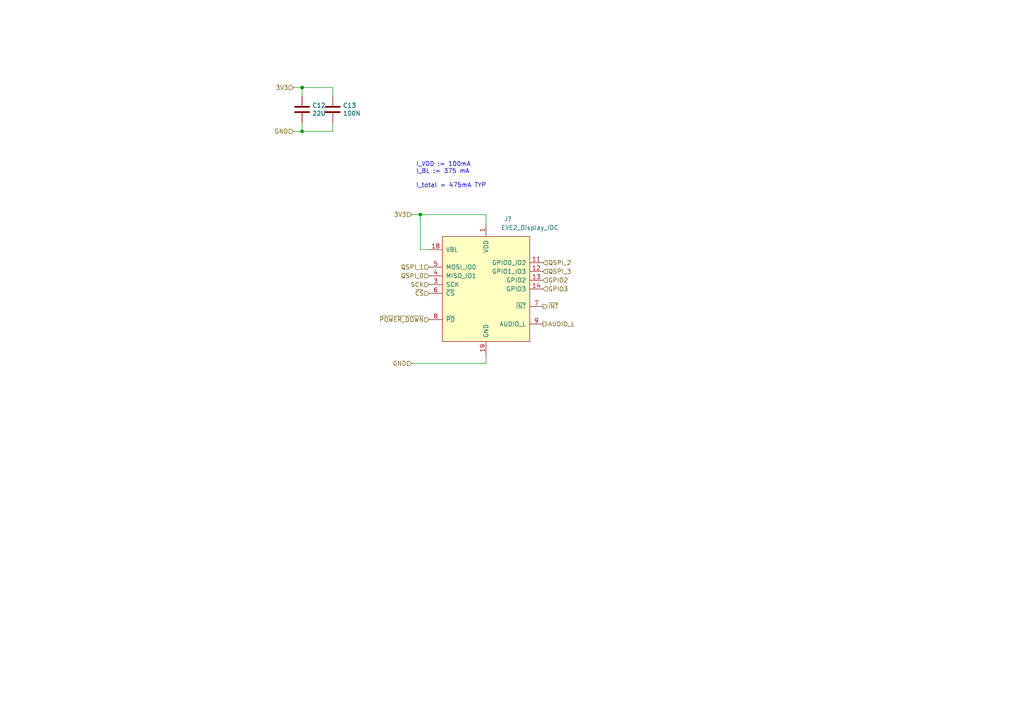
<source format=kicad_sch>
(kicad_sch (version 20211123) (generator eeschema)
  (paper "A4")
  (lib_symbols
    (symbol "Device:C" (pin_numbers hide) (pin_names (offset 0.254))
      (property "Reference" "C" (at 0.635 2.54 0))
      (property "Value" "C" (at 0.635 -2.54 0))
      (symbol "C_0_1"
        (polyline (pts (xy -2.032 -0.762) (xy 2.032 -0.762)) (stroke (width 0.508)))
        (polyline (pts (xy -2.032 0.762) (xy 2.032 0.762)) (stroke (width 0.508)))
      )
      (symbol "C_1_1"
        (pin passive line (at 0 3.81 270) (length 2.794) (name "~") (number "1"))
        (pin passive line (at 0 -3.81 90) (length 2.794) (name "~") (number "2"))
      )
    )
    (symbol "william_display:EVE2_Display_IDC" (pin_names (offset 1.016))
      (property "Reference" "J" (at 6.35 27.94 0))
      (property "Value" "EVE2_Display_IDC" (at 0 -2.54 0))
      (symbol "EVE2_Display_IDC_0_1"
        (rectangle (start -12.7 15.24) (end 12.7 -15.24) (fill (type background)))
      )
      (symbol "EVE2_Display_IDC_1_1"
        (pin power_in line (at 0 19.05 270) (length 3.81) (name "VDD") (number "1"))
        (pin no_connect line (at -5.08 -15.24 90) (length 3.81) hide (name "NC") (number "10"))
        (pin passive line (at 16.51 7.62 180) (length 3.81) (name "GPIO0_IO2") (number "11"))
        (pin passive line (at 16.51 5.08 180) (length 3.81) (name "GPIO1_IO3") (number "12"))
        (pin passive line (at 16.51 2.54 180) (length 3.81) (name "GPIO2") (number "13"))
        (pin passive line (at 16.51 0 180) (length 3.81) (name "GPIO3") (number "14"))
        (pin no_connect line (at -6.35 -15.24 90) (length 3.81) hide (name "NC") (number "15"))
        (pin no_connect line (at -3.81 -15.24 90) (length 3.81) hide (name "NC") (number "16"))
        (pin passive line (at -16.51 11.43 0) (length 3.81) hide (name "VBL") (number "17"))
        (pin power_in line (at -16.51 11.43 0) (length 3.81) (name "VBL") (number "18"))
        (pin power_in line (at 0 -19.05 90) (length 3.81) (name "GND") (number "19"))
        (pin passive line (at 0 -19.05 90) (length 3.81) hide (name "GND") (number "2"))
        (pin passive line (at 0 -19.05 90) (length 3.81) hide (name "GND") (number "20"))
        (pin input line (at -16.51 1.27 0) (length 3.81) (name "SCK") (number "3"))
        (pin bidirectional line (at -16.51 3.81 0) (length 3.81) (name "MISO_IO1") (number "4"))
        (pin input line (at -16.51 6.35 0) (length 3.81) (name "MOSI_IO0") (number "5"))
        (pin input line (at -16.51 -1.27 0) (length 3.81) (name "~{CS}") (number "6"))
        (pin output line (at 16.51 -5.08 180) (length 3.81) (name "~{INT}") (number "7"))
        (pin input line (at -16.51 -8.89 0) (length 3.81) (name "~{PD}") (number "8"))
        (pin output line (at 16.51 -10.16 180) (length 3.81) (name "AUDIO_L") (number "9"))
      )
    )
  )
  (junction (at 87.63 25.4))
  (junction (at 121.92 62.23))
  (junction (at 87.63 38.1))
  (wire (pts (xy 119.38 62.23) (xy 121.92 62.23)))
  (wire (pts (xy 140.97 105.41) (xy 140.97 102.87)))
  (wire (pts (xy 96.52 27.94) (xy 96.52 25.4)))
  (wire (pts (xy 121.92 62.23) (xy 140.97 62.23)))
  (wire (pts (xy 85.09 38.1) (xy 87.63 38.1)))
  (wire (pts (xy 87.63 27.94) (xy 87.63 25.4)))
  (wire (pts (xy 96.52 25.4) (xy 87.63 25.4)))
  (wire (pts (xy 121.92 72.39) (xy 124.46 72.39)))
  (wire (pts (xy 121.92 62.23) (xy 121.92 72.39)))
  (wire (pts (xy 87.63 25.4) (xy 85.09 25.4)))
  (wire (pts (xy 119.38 105.41) (xy 140.97 105.41)))
  (wire (pts (xy 96.52 38.1) (xy 96.52 35.56)))
  (wire (pts (xy 87.63 38.1) (xy 96.52 38.1)))
  (wire (pts (xy 87.63 35.56) (xy 87.63 38.1)))
  (wire (pts (xy 140.97 62.23) (xy 140.97 64.77)))
  (text "I_VDD := 100mA\nI_BL := 375 mA\n\nI_total = 475mA TYP" (at 120.65 54.61 0) (effects (font (size 1.27 1.27)) (justify left bottom)))
  (hierarchical_label "AUDIO_L" (shape output) (at 157.48 93.98 0))
  (hierarchical_label "QSPI_0" (shape input) (at 124.46 80.01 180))
  (hierarchical_label "QSPI_3" (shape input) (at 157.48 78.74 0))
  (hierarchical_label "3V3" (shape input) (at 119.38 62.23 180))
  (hierarchical_label "QSPI_2" (shape input) (at 157.48 76.2 0))
  (hierarchical_label "3V3" (shape input) (at 85.09 25.4 180))
  (hierarchical_label "GPIO2" (shape input) (at 157.48 81.28 0))
  (hierarchical_label "~{INT}" (shape output) (at 157.48 88.9 0))
  (hierarchical_label "SCK" (shape input) (at 124.46 82.55 180))
  (hierarchical_label "QSPI_1" (shape input) (at 124.46 77.47 180))
  (hierarchical_label "~{CS}" (shape input) (at 124.46 85.09 180))
  (hierarchical_label "GND" (shape input) (at 85.09 38.1 180))
  (hierarchical_label "GPIO3" (shape input) (at 157.48 83.82 0))
  (hierarchical_label "~{POWER_DOWN}" (shape input) (at 124.46 92.71 180))
  (hierarchical_label "GND" (shape input) (at 119.38 105.41 180))
  (symbol (lib_id "william_display:EVE2_Display_IDC") (at 140.97 83.82 0) (unit 1)
    (property "Reference" "J?" (at 147.32 63.5 0))
    (property "Value" "EVE2_Display_IDC" (at 153.67 66.04 0))
    (property "Footprint" "Connector_IDC:IDC-Header_2x10_P2.54mm_Vertical" (effects hide))
    (property "Datasheet" "https://www.newhavendisplay.com/specs/NHD-7.0-800480FT-CTXL-T.pdf" (effects hide))
  )
  (symbol (lib_id "Device:C") (at 87.63 31.75 0) (unit 1)
    (property "Reference" "C12" (at 90.551 30.5816 0) (effects (justify left)))
    (property "Value" "22U" (at 90.551 32.893 0) (effects (justify left)))
    (property "Footprint" "Capacitor_SMD:C_0805_2012Metric" (effects hide))
  )
  (symbol (lib_id "Device:C") (at 96.52 31.75 0) (unit 1)
    (property "Reference" "C13" (at 99.441 30.5816 0) (effects (justify left)))
    (property "Value" "100N" (at 99.441 32.893 0) (effects (justify left)))
    (property "Footprint" "Capacitor_SMD:C_0402_1005Metric" (effects hide))
  )
)
</source>
